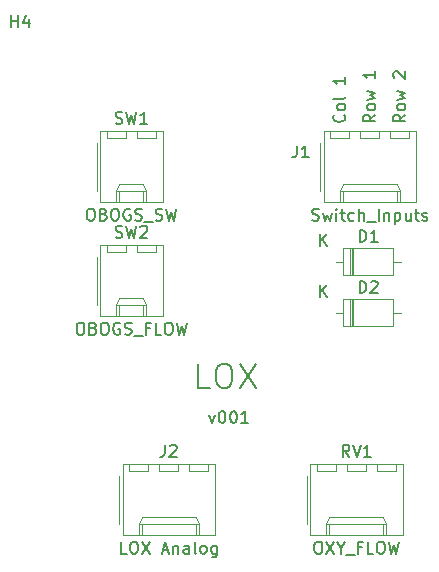
<source format=gbr>
G04 #@! TF.GenerationSoftware,KiCad,Pcbnew,(5.1.5-0-10_14)*
G04 #@! TF.CreationDate,2021-03-15T05:53:21+10:00*
G04 #@! TF.ProjectId,OH - Left Console - 8 - LOX Indicator,4f48202d-204c-4656-9674-20436f6e736f,rev?*
G04 #@! TF.SameCoordinates,Original*
G04 #@! TF.FileFunction,Legend,Top*
G04 #@! TF.FilePolarity,Positive*
%FSLAX46Y46*%
G04 Gerber Fmt 4.6, Leading zero omitted, Abs format (unit mm)*
G04 Created by KiCad (PCBNEW (5.1.5-0-10_14)) date 2021-03-15 05:53:21*
%MOMM*%
%LPD*%
G04 APERTURE LIST*
%ADD10C,0.150000*%
%ADD11C,0.120000*%
G04 APERTURE END LIST*
D10*
X137271333Y-106465714D02*
X137509428Y-107132380D01*
X137747523Y-106465714D01*
X138318952Y-106132380D02*
X138414190Y-106132380D01*
X138509428Y-106180000D01*
X138557047Y-106227619D01*
X138604666Y-106322857D01*
X138652285Y-106513333D01*
X138652285Y-106751428D01*
X138604666Y-106941904D01*
X138557047Y-107037142D01*
X138509428Y-107084761D01*
X138414190Y-107132380D01*
X138318952Y-107132380D01*
X138223714Y-107084761D01*
X138176095Y-107037142D01*
X138128476Y-106941904D01*
X138080857Y-106751428D01*
X138080857Y-106513333D01*
X138128476Y-106322857D01*
X138176095Y-106227619D01*
X138223714Y-106180000D01*
X138318952Y-106132380D01*
X139271333Y-106132380D02*
X139366571Y-106132380D01*
X139461809Y-106180000D01*
X139509428Y-106227619D01*
X139557047Y-106322857D01*
X139604666Y-106513333D01*
X139604666Y-106751428D01*
X139557047Y-106941904D01*
X139509428Y-107037142D01*
X139461809Y-107084761D01*
X139366571Y-107132380D01*
X139271333Y-107132380D01*
X139176095Y-107084761D01*
X139128476Y-107037142D01*
X139080857Y-106941904D01*
X139033238Y-106751428D01*
X139033238Y-106513333D01*
X139080857Y-106322857D01*
X139128476Y-106227619D01*
X139176095Y-106180000D01*
X139271333Y-106132380D01*
X140557047Y-107132380D02*
X139985619Y-107132380D01*
X140271333Y-107132380D02*
X140271333Y-106132380D01*
X140176095Y-106275238D01*
X140080857Y-106370476D01*
X139985619Y-106418095D01*
X137303047Y-104155761D02*
X136350666Y-104155761D01*
X136350666Y-102155761D01*
X138350666Y-102155761D02*
X138731619Y-102155761D01*
X138922095Y-102251000D01*
X139112571Y-102441476D01*
X139207809Y-102822428D01*
X139207809Y-103489095D01*
X139112571Y-103870047D01*
X138922095Y-104060523D01*
X138731619Y-104155761D01*
X138350666Y-104155761D01*
X138160190Y-104060523D01*
X137969714Y-103870047D01*
X137874476Y-103489095D01*
X137874476Y-102822428D01*
X137969714Y-102441476D01*
X138160190Y-102251000D01*
X138350666Y-102155761D01*
X139874476Y-102155761D02*
X141207809Y-104155761D01*
X141207809Y-102155761D02*
X139874476Y-104155761D01*
X153868380Y-81033714D02*
X153392190Y-81367047D01*
X153868380Y-81605143D02*
X152868380Y-81605143D01*
X152868380Y-81224190D01*
X152916000Y-81128952D01*
X152963619Y-81081333D01*
X153058857Y-81033714D01*
X153201714Y-81033714D01*
X153296952Y-81081333D01*
X153344571Y-81128952D01*
X153392190Y-81224190D01*
X153392190Y-81605143D01*
X153868380Y-80462285D02*
X153820761Y-80557524D01*
X153773142Y-80605143D01*
X153677904Y-80652762D01*
X153392190Y-80652762D01*
X153296952Y-80605143D01*
X153249333Y-80557524D01*
X153201714Y-80462285D01*
X153201714Y-80319428D01*
X153249333Y-80224190D01*
X153296952Y-80176571D01*
X153392190Y-80128952D01*
X153677904Y-80128952D01*
X153773142Y-80176571D01*
X153820761Y-80224190D01*
X153868380Y-80319428D01*
X153868380Y-80462285D01*
X153201714Y-79795619D02*
X153868380Y-79605143D01*
X153392190Y-79414666D01*
X153868380Y-79224190D01*
X153201714Y-79033714D01*
X152963619Y-77938476D02*
X152916000Y-77890857D01*
X152868380Y-77795619D01*
X152868380Y-77557524D01*
X152916000Y-77462285D01*
X152963619Y-77414666D01*
X153058857Y-77367047D01*
X153154095Y-77367047D01*
X153296952Y-77414666D01*
X153868380Y-77986095D01*
X153868380Y-77367047D01*
X151328380Y-81033714D02*
X150852190Y-81367047D01*
X151328380Y-81605143D02*
X150328380Y-81605143D01*
X150328380Y-81224190D01*
X150376000Y-81128952D01*
X150423619Y-81081333D01*
X150518857Y-81033714D01*
X150661714Y-81033714D01*
X150756952Y-81081333D01*
X150804571Y-81128952D01*
X150852190Y-81224190D01*
X150852190Y-81605143D01*
X151328380Y-80462285D02*
X151280761Y-80557524D01*
X151233142Y-80605143D01*
X151137904Y-80652762D01*
X150852190Y-80652762D01*
X150756952Y-80605143D01*
X150709333Y-80557524D01*
X150661714Y-80462285D01*
X150661714Y-80319428D01*
X150709333Y-80224190D01*
X150756952Y-80176571D01*
X150852190Y-80128952D01*
X151137904Y-80128952D01*
X151233142Y-80176571D01*
X151280761Y-80224190D01*
X151328380Y-80319428D01*
X151328380Y-80462285D01*
X150661714Y-79795619D02*
X151328380Y-79605143D01*
X150852190Y-79414666D01*
X151328380Y-79224190D01*
X150661714Y-79033714D01*
X151328380Y-77367047D02*
X151328380Y-77938476D01*
X151328380Y-77652762D02*
X150328380Y-77652762D01*
X150471238Y-77748000D01*
X150566476Y-77843238D01*
X150614095Y-77938476D01*
X148693142Y-81033714D02*
X148740761Y-81081333D01*
X148788380Y-81224190D01*
X148788380Y-81319429D01*
X148740761Y-81462286D01*
X148645523Y-81557524D01*
X148550285Y-81605143D01*
X148359809Y-81652762D01*
X148216952Y-81652762D01*
X148026476Y-81605143D01*
X147931238Y-81557524D01*
X147836000Y-81462286D01*
X147788380Y-81319429D01*
X147788380Y-81224190D01*
X147836000Y-81081333D01*
X147883619Y-81033714D01*
X148788380Y-80462286D02*
X148740761Y-80557524D01*
X148693142Y-80605143D01*
X148597904Y-80652762D01*
X148312190Y-80652762D01*
X148216952Y-80605143D01*
X148169333Y-80557524D01*
X148121714Y-80462286D01*
X148121714Y-80319429D01*
X148169333Y-80224190D01*
X148216952Y-80176571D01*
X148312190Y-80128952D01*
X148597904Y-80128952D01*
X148693142Y-80176571D01*
X148740761Y-80224190D01*
X148788380Y-80319429D01*
X148788380Y-80462286D01*
X148788380Y-79557524D02*
X148740761Y-79652762D01*
X148645523Y-79700381D01*
X147788380Y-79700381D01*
X148788380Y-77890857D02*
X148788380Y-78462286D01*
X148788380Y-78176571D02*
X147788380Y-78176571D01*
X147931238Y-78271810D01*
X148026476Y-78367048D01*
X148074095Y-78462286D01*
D11*
X132753000Y-92693000D02*
X132753000Y-92093000D01*
X131153000Y-92693000D02*
X132753000Y-92693000D01*
X131153000Y-92093000D02*
X131153000Y-92693000D01*
X130213000Y-92693000D02*
X130213000Y-92093000D01*
X128613000Y-92693000D02*
X130213000Y-92693000D01*
X128613000Y-92093000D02*
X128613000Y-92693000D01*
X131703000Y-98113000D02*
X131703000Y-97113000D01*
X129663000Y-98113000D02*
X129663000Y-97113000D01*
X131703000Y-96583000D02*
X131953000Y-97113000D01*
X129663000Y-96583000D02*
X131703000Y-96583000D01*
X129413000Y-97113000D02*
X129663000Y-96583000D01*
X131953000Y-97113000D02*
X131953000Y-98113000D01*
X129413000Y-97113000D02*
X131953000Y-97113000D01*
X129413000Y-98113000D02*
X129413000Y-97113000D01*
X127743000Y-93123000D02*
X127743000Y-97123000D01*
X133333000Y-92093000D02*
X128033000Y-92093000D01*
X133333000Y-98113000D02*
X133333000Y-92093000D01*
X128033000Y-98113000D02*
X133333000Y-98113000D01*
X128033000Y-92093000D02*
X128033000Y-98113000D01*
X132753000Y-83041000D02*
X132753000Y-82441000D01*
X131153000Y-83041000D02*
X132753000Y-83041000D01*
X131153000Y-82441000D02*
X131153000Y-83041000D01*
X130213000Y-83041000D02*
X130213000Y-82441000D01*
X128613000Y-83041000D02*
X130213000Y-83041000D01*
X128613000Y-82441000D02*
X128613000Y-83041000D01*
X131703000Y-88461000D02*
X131703000Y-87461000D01*
X129663000Y-88461000D02*
X129663000Y-87461000D01*
X131703000Y-86931000D02*
X131953000Y-87461000D01*
X129663000Y-86931000D02*
X131703000Y-86931000D01*
X129413000Y-87461000D02*
X129663000Y-86931000D01*
X131953000Y-87461000D02*
X131953000Y-88461000D01*
X129413000Y-87461000D02*
X131953000Y-87461000D01*
X129413000Y-88461000D02*
X129413000Y-87461000D01*
X127743000Y-83471000D02*
X127743000Y-87471000D01*
X133333000Y-82441000D02*
X128033000Y-82441000D01*
X133333000Y-88461000D02*
X133333000Y-82441000D01*
X128033000Y-88461000D02*
X133333000Y-88461000D01*
X128033000Y-82441000D02*
X128033000Y-88461000D01*
X153073000Y-111235000D02*
X153073000Y-110635000D01*
X151473000Y-111235000D02*
X153073000Y-111235000D01*
X151473000Y-110635000D02*
X151473000Y-111235000D01*
X150533000Y-111235000D02*
X150533000Y-110635000D01*
X148933000Y-111235000D02*
X150533000Y-111235000D01*
X148933000Y-110635000D02*
X148933000Y-111235000D01*
X147993000Y-111235000D02*
X147993000Y-110635000D01*
X146393000Y-111235000D02*
X147993000Y-111235000D01*
X146393000Y-110635000D02*
X146393000Y-111235000D01*
X152023000Y-116655000D02*
X152023000Y-115655000D01*
X147443000Y-116655000D02*
X147443000Y-115655000D01*
X152023000Y-115125000D02*
X152273000Y-115655000D01*
X147443000Y-115125000D02*
X152023000Y-115125000D01*
X147193000Y-115655000D02*
X147443000Y-115125000D01*
X152273000Y-115655000D02*
X152273000Y-116655000D01*
X147193000Y-115655000D02*
X152273000Y-115655000D01*
X147193000Y-116655000D02*
X147193000Y-115655000D01*
X145523000Y-111665000D02*
X145523000Y-115665000D01*
X153653000Y-110635000D02*
X145813000Y-110635000D01*
X153653000Y-116655000D02*
X153653000Y-110635000D01*
X145813000Y-116655000D02*
X153653000Y-116655000D01*
X145813000Y-110635000D02*
X145813000Y-116655000D01*
X137198000Y-111235000D02*
X137198000Y-110635000D01*
X135598000Y-111235000D02*
X137198000Y-111235000D01*
X135598000Y-110635000D02*
X135598000Y-111235000D01*
X134658000Y-111235000D02*
X134658000Y-110635000D01*
X133058000Y-111235000D02*
X134658000Y-111235000D01*
X133058000Y-110635000D02*
X133058000Y-111235000D01*
X132118000Y-111235000D02*
X132118000Y-110635000D01*
X130518000Y-111235000D02*
X132118000Y-111235000D01*
X130518000Y-110635000D02*
X130518000Y-111235000D01*
X136148000Y-116655000D02*
X136148000Y-115655000D01*
X131568000Y-116655000D02*
X131568000Y-115655000D01*
X136148000Y-115125000D02*
X136398000Y-115655000D01*
X131568000Y-115125000D02*
X136148000Y-115125000D01*
X131318000Y-115655000D02*
X131568000Y-115125000D01*
X136398000Y-115655000D02*
X136398000Y-116655000D01*
X131318000Y-115655000D02*
X136398000Y-115655000D01*
X131318000Y-116655000D02*
X131318000Y-115655000D01*
X129648000Y-111665000D02*
X129648000Y-115665000D01*
X137778000Y-110635000D02*
X129938000Y-110635000D01*
X137778000Y-116655000D02*
X137778000Y-110635000D01*
X129938000Y-116655000D02*
X137778000Y-116655000D01*
X129938000Y-110635000D02*
X129938000Y-116655000D01*
X154216000Y-83041000D02*
X154216000Y-82441000D01*
X152616000Y-83041000D02*
X154216000Y-83041000D01*
X152616000Y-82441000D02*
X152616000Y-83041000D01*
X151676000Y-83041000D02*
X151676000Y-82441000D01*
X150076000Y-83041000D02*
X151676000Y-83041000D01*
X150076000Y-82441000D02*
X150076000Y-83041000D01*
X149136000Y-83041000D02*
X149136000Y-82441000D01*
X147536000Y-83041000D02*
X149136000Y-83041000D01*
X147536000Y-82441000D02*
X147536000Y-83041000D01*
X153166000Y-88461000D02*
X153166000Y-87461000D01*
X148586000Y-88461000D02*
X148586000Y-87461000D01*
X153166000Y-86931000D02*
X153416000Y-87461000D01*
X148586000Y-86931000D02*
X153166000Y-86931000D01*
X148336000Y-87461000D02*
X148586000Y-86931000D01*
X153416000Y-87461000D02*
X153416000Y-88461000D01*
X148336000Y-87461000D02*
X153416000Y-87461000D01*
X148336000Y-88461000D02*
X148336000Y-87461000D01*
X146666000Y-83471000D02*
X146666000Y-87471000D01*
X154796000Y-82441000D02*
X146956000Y-82441000D01*
X154796000Y-88461000D02*
X154796000Y-82441000D01*
X146956000Y-88461000D02*
X154796000Y-88461000D01*
X146956000Y-82441000D02*
X146956000Y-88461000D01*
X149229000Y-96670000D02*
X149229000Y-98910000D01*
X149469000Y-96670000D02*
X149469000Y-98910000D01*
X149349000Y-96670000D02*
X149349000Y-98910000D01*
X153519000Y-97790000D02*
X152869000Y-97790000D01*
X147979000Y-97790000D02*
X148629000Y-97790000D01*
X152869000Y-96670000D02*
X148629000Y-96670000D01*
X152869000Y-98910000D02*
X152869000Y-96670000D01*
X148629000Y-98910000D02*
X152869000Y-98910000D01*
X148629000Y-96670000D02*
X148629000Y-98910000D01*
X149229000Y-92352000D02*
X149229000Y-94592000D01*
X149469000Y-92352000D02*
X149469000Y-94592000D01*
X149349000Y-92352000D02*
X149349000Y-94592000D01*
X153519000Y-93472000D02*
X152869000Y-93472000D01*
X147979000Y-93472000D02*
X148629000Y-93472000D01*
X152869000Y-92352000D02*
X148629000Y-92352000D01*
X152869000Y-94592000D02*
X152869000Y-92352000D01*
X148629000Y-94592000D02*
X152869000Y-94592000D01*
X148629000Y-92352000D02*
X148629000Y-94592000D01*
D10*
X120523095Y-73628380D02*
X120523095Y-72628380D01*
X120523095Y-73104571D02*
X121094523Y-73104571D01*
X121094523Y-73628380D02*
X121094523Y-72628380D01*
X121999285Y-72961714D02*
X121999285Y-73628380D01*
X121761190Y-72580761D02*
X121523095Y-73295047D01*
X122142142Y-73295047D01*
X129349666Y-91407761D02*
X129492523Y-91455380D01*
X129730619Y-91455380D01*
X129825857Y-91407761D01*
X129873476Y-91360142D01*
X129921095Y-91264904D01*
X129921095Y-91169666D01*
X129873476Y-91074428D01*
X129825857Y-91026809D01*
X129730619Y-90979190D01*
X129540142Y-90931571D01*
X129444904Y-90883952D01*
X129397285Y-90836333D01*
X129349666Y-90741095D01*
X129349666Y-90645857D01*
X129397285Y-90550619D01*
X129444904Y-90503000D01*
X129540142Y-90455380D01*
X129778238Y-90455380D01*
X129921095Y-90503000D01*
X130254428Y-90455380D02*
X130492523Y-91455380D01*
X130683000Y-90741095D01*
X130873476Y-91455380D01*
X131111571Y-90455380D01*
X131444904Y-90550619D02*
X131492523Y-90503000D01*
X131587761Y-90455380D01*
X131825857Y-90455380D01*
X131921095Y-90503000D01*
X131968714Y-90550619D01*
X132016333Y-90645857D01*
X132016333Y-90741095D01*
X131968714Y-90883952D01*
X131397285Y-91455380D01*
X132016333Y-91455380D01*
X126278238Y-98655380D02*
X126468714Y-98655380D01*
X126563952Y-98703000D01*
X126659190Y-98798238D01*
X126706809Y-98988714D01*
X126706809Y-99322047D01*
X126659190Y-99512523D01*
X126563952Y-99607761D01*
X126468714Y-99655380D01*
X126278238Y-99655380D01*
X126183000Y-99607761D01*
X126087761Y-99512523D01*
X126040142Y-99322047D01*
X126040142Y-98988714D01*
X126087761Y-98798238D01*
X126183000Y-98703000D01*
X126278238Y-98655380D01*
X127468714Y-99131571D02*
X127611571Y-99179190D01*
X127659190Y-99226809D01*
X127706809Y-99322047D01*
X127706809Y-99464904D01*
X127659190Y-99560142D01*
X127611571Y-99607761D01*
X127516333Y-99655380D01*
X127135380Y-99655380D01*
X127135380Y-98655380D01*
X127468714Y-98655380D01*
X127563952Y-98703000D01*
X127611571Y-98750619D01*
X127659190Y-98845857D01*
X127659190Y-98941095D01*
X127611571Y-99036333D01*
X127563952Y-99083952D01*
X127468714Y-99131571D01*
X127135380Y-99131571D01*
X128325857Y-98655380D02*
X128516333Y-98655380D01*
X128611571Y-98703000D01*
X128706809Y-98798238D01*
X128754428Y-98988714D01*
X128754428Y-99322047D01*
X128706809Y-99512523D01*
X128611571Y-99607761D01*
X128516333Y-99655380D01*
X128325857Y-99655380D01*
X128230619Y-99607761D01*
X128135380Y-99512523D01*
X128087761Y-99322047D01*
X128087761Y-98988714D01*
X128135380Y-98798238D01*
X128230619Y-98703000D01*
X128325857Y-98655380D01*
X129706809Y-98703000D02*
X129611571Y-98655380D01*
X129468714Y-98655380D01*
X129325857Y-98703000D01*
X129230619Y-98798238D01*
X129183000Y-98893476D01*
X129135380Y-99083952D01*
X129135380Y-99226809D01*
X129183000Y-99417285D01*
X129230619Y-99512523D01*
X129325857Y-99607761D01*
X129468714Y-99655380D01*
X129563952Y-99655380D01*
X129706809Y-99607761D01*
X129754428Y-99560142D01*
X129754428Y-99226809D01*
X129563952Y-99226809D01*
X130135380Y-99607761D02*
X130278238Y-99655380D01*
X130516333Y-99655380D01*
X130611571Y-99607761D01*
X130659190Y-99560142D01*
X130706809Y-99464904D01*
X130706809Y-99369666D01*
X130659190Y-99274428D01*
X130611571Y-99226809D01*
X130516333Y-99179190D01*
X130325857Y-99131571D01*
X130230619Y-99083952D01*
X130183000Y-99036333D01*
X130135380Y-98941095D01*
X130135380Y-98845857D01*
X130183000Y-98750619D01*
X130230619Y-98703000D01*
X130325857Y-98655380D01*
X130563952Y-98655380D01*
X130706809Y-98703000D01*
X130897285Y-99750619D02*
X131659190Y-99750619D01*
X132230619Y-99131571D02*
X131897285Y-99131571D01*
X131897285Y-99655380D02*
X131897285Y-98655380D01*
X132373476Y-98655380D01*
X133230619Y-99655380D02*
X132754428Y-99655380D01*
X132754428Y-98655380D01*
X133754428Y-98655380D02*
X133944904Y-98655380D01*
X134040142Y-98703000D01*
X134135380Y-98798238D01*
X134183000Y-98988714D01*
X134183000Y-99322047D01*
X134135380Y-99512523D01*
X134040142Y-99607761D01*
X133944904Y-99655380D01*
X133754428Y-99655380D01*
X133659190Y-99607761D01*
X133563952Y-99512523D01*
X133516333Y-99322047D01*
X133516333Y-98988714D01*
X133563952Y-98798238D01*
X133659190Y-98703000D01*
X133754428Y-98655380D01*
X134516333Y-98655380D02*
X134754428Y-99655380D01*
X134944904Y-98941095D01*
X135135380Y-99655380D01*
X135373476Y-98655380D01*
X129349666Y-81755761D02*
X129492523Y-81803380D01*
X129730619Y-81803380D01*
X129825857Y-81755761D01*
X129873476Y-81708142D01*
X129921095Y-81612904D01*
X129921095Y-81517666D01*
X129873476Y-81422428D01*
X129825857Y-81374809D01*
X129730619Y-81327190D01*
X129540142Y-81279571D01*
X129444904Y-81231952D01*
X129397285Y-81184333D01*
X129349666Y-81089095D01*
X129349666Y-80993857D01*
X129397285Y-80898619D01*
X129444904Y-80851000D01*
X129540142Y-80803380D01*
X129778238Y-80803380D01*
X129921095Y-80851000D01*
X130254428Y-80803380D02*
X130492523Y-81803380D01*
X130683000Y-81089095D01*
X130873476Y-81803380D01*
X131111571Y-80803380D01*
X132016333Y-81803380D02*
X131444904Y-81803380D01*
X131730619Y-81803380D02*
X131730619Y-80803380D01*
X131635380Y-80946238D01*
X131540142Y-81041476D01*
X131444904Y-81089095D01*
X127159190Y-89003380D02*
X127349666Y-89003380D01*
X127444904Y-89051000D01*
X127540142Y-89146238D01*
X127587761Y-89336714D01*
X127587761Y-89670047D01*
X127540142Y-89860523D01*
X127444904Y-89955761D01*
X127349666Y-90003380D01*
X127159190Y-90003380D01*
X127063952Y-89955761D01*
X126968714Y-89860523D01*
X126921095Y-89670047D01*
X126921095Y-89336714D01*
X126968714Y-89146238D01*
X127063952Y-89051000D01*
X127159190Y-89003380D01*
X128349666Y-89479571D02*
X128492523Y-89527190D01*
X128540142Y-89574809D01*
X128587761Y-89670047D01*
X128587761Y-89812904D01*
X128540142Y-89908142D01*
X128492523Y-89955761D01*
X128397285Y-90003380D01*
X128016333Y-90003380D01*
X128016333Y-89003380D01*
X128349666Y-89003380D01*
X128444904Y-89051000D01*
X128492523Y-89098619D01*
X128540142Y-89193857D01*
X128540142Y-89289095D01*
X128492523Y-89384333D01*
X128444904Y-89431952D01*
X128349666Y-89479571D01*
X128016333Y-89479571D01*
X129206809Y-89003380D02*
X129397285Y-89003380D01*
X129492523Y-89051000D01*
X129587761Y-89146238D01*
X129635380Y-89336714D01*
X129635380Y-89670047D01*
X129587761Y-89860523D01*
X129492523Y-89955761D01*
X129397285Y-90003380D01*
X129206809Y-90003380D01*
X129111571Y-89955761D01*
X129016333Y-89860523D01*
X128968714Y-89670047D01*
X128968714Y-89336714D01*
X129016333Y-89146238D01*
X129111571Y-89051000D01*
X129206809Y-89003380D01*
X130587761Y-89051000D02*
X130492523Y-89003380D01*
X130349666Y-89003380D01*
X130206809Y-89051000D01*
X130111571Y-89146238D01*
X130063952Y-89241476D01*
X130016333Y-89431952D01*
X130016333Y-89574809D01*
X130063952Y-89765285D01*
X130111571Y-89860523D01*
X130206809Y-89955761D01*
X130349666Y-90003380D01*
X130444904Y-90003380D01*
X130587761Y-89955761D01*
X130635380Y-89908142D01*
X130635380Y-89574809D01*
X130444904Y-89574809D01*
X131016333Y-89955761D02*
X131159190Y-90003380D01*
X131397285Y-90003380D01*
X131492523Y-89955761D01*
X131540142Y-89908142D01*
X131587761Y-89812904D01*
X131587761Y-89717666D01*
X131540142Y-89622428D01*
X131492523Y-89574809D01*
X131397285Y-89527190D01*
X131206809Y-89479571D01*
X131111571Y-89431952D01*
X131063952Y-89384333D01*
X131016333Y-89289095D01*
X131016333Y-89193857D01*
X131063952Y-89098619D01*
X131111571Y-89051000D01*
X131206809Y-89003380D01*
X131444904Y-89003380D01*
X131587761Y-89051000D01*
X131778238Y-90098619D02*
X132540142Y-90098619D01*
X132730619Y-89955761D02*
X132873476Y-90003380D01*
X133111571Y-90003380D01*
X133206809Y-89955761D01*
X133254428Y-89908142D01*
X133302047Y-89812904D01*
X133302047Y-89717666D01*
X133254428Y-89622428D01*
X133206809Y-89574809D01*
X133111571Y-89527190D01*
X132921095Y-89479571D01*
X132825857Y-89431952D01*
X132778238Y-89384333D01*
X132730619Y-89289095D01*
X132730619Y-89193857D01*
X132778238Y-89098619D01*
X132825857Y-89051000D01*
X132921095Y-89003380D01*
X133159190Y-89003380D01*
X133302047Y-89051000D01*
X133635380Y-89003380D02*
X133873476Y-90003380D01*
X134063952Y-89289095D01*
X134254428Y-90003380D01*
X134492523Y-89003380D01*
X149137761Y-109997380D02*
X148804428Y-109521190D01*
X148566333Y-109997380D02*
X148566333Y-108997380D01*
X148947285Y-108997380D01*
X149042523Y-109045000D01*
X149090142Y-109092619D01*
X149137761Y-109187857D01*
X149137761Y-109330714D01*
X149090142Y-109425952D01*
X149042523Y-109473571D01*
X148947285Y-109521190D01*
X148566333Y-109521190D01*
X149423476Y-108997380D02*
X149756809Y-109997380D01*
X150090142Y-108997380D01*
X150947285Y-109997380D02*
X150375857Y-109997380D01*
X150661571Y-109997380D02*
X150661571Y-108997380D01*
X150566333Y-109140238D01*
X150471095Y-109235476D01*
X150375857Y-109283095D01*
X146423476Y-117197380D02*
X146613952Y-117197380D01*
X146709190Y-117245000D01*
X146804428Y-117340238D01*
X146852047Y-117530714D01*
X146852047Y-117864047D01*
X146804428Y-118054523D01*
X146709190Y-118149761D01*
X146613952Y-118197380D01*
X146423476Y-118197380D01*
X146328238Y-118149761D01*
X146233000Y-118054523D01*
X146185380Y-117864047D01*
X146185380Y-117530714D01*
X146233000Y-117340238D01*
X146328238Y-117245000D01*
X146423476Y-117197380D01*
X147185380Y-117197380D02*
X147852047Y-118197380D01*
X147852047Y-117197380D02*
X147185380Y-118197380D01*
X148423476Y-117721190D02*
X148423476Y-118197380D01*
X148090142Y-117197380D02*
X148423476Y-117721190D01*
X148756809Y-117197380D01*
X148852047Y-118292619D02*
X149613952Y-118292619D01*
X150185380Y-117673571D02*
X149852047Y-117673571D01*
X149852047Y-118197380D02*
X149852047Y-117197380D01*
X150328238Y-117197380D01*
X151185380Y-118197380D02*
X150709190Y-118197380D01*
X150709190Y-117197380D01*
X151709190Y-117197380D02*
X151899666Y-117197380D01*
X151994904Y-117245000D01*
X152090142Y-117340238D01*
X152137761Y-117530714D01*
X152137761Y-117864047D01*
X152090142Y-118054523D01*
X151994904Y-118149761D01*
X151899666Y-118197380D01*
X151709190Y-118197380D01*
X151613952Y-118149761D01*
X151518714Y-118054523D01*
X151471095Y-117864047D01*
X151471095Y-117530714D01*
X151518714Y-117340238D01*
X151613952Y-117245000D01*
X151709190Y-117197380D01*
X152471095Y-117197380D02*
X152709190Y-118197380D01*
X152899666Y-117483095D01*
X153090142Y-118197380D01*
X153328238Y-117197380D01*
X133524666Y-108997380D02*
X133524666Y-109711666D01*
X133477047Y-109854523D01*
X133381809Y-109949761D01*
X133238952Y-109997380D01*
X133143714Y-109997380D01*
X133953238Y-109092619D02*
X134000857Y-109045000D01*
X134096095Y-108997380D01*
X134334190Y-108997380D01*
X134429428Y-109045000D01*
X134477047Y-109092619D01*
X134524666Y-109187857D01*
X134524666Y-109283095D01*
X134477047Y-109425952D01*
X133905619Y-109997380D01*
X134524666Y-109997380D01*
X130286571Y-118197380D02*
X129810380Y-118197380D01*
X129810380Y-117197380D01*
X130810380Y-117197380D02*
X131000857Y-117197380D01*
X131096095Y-117245000D01*
X131191333Y-117340238D01*
X131238952Y-117530714D01*
X131238952Y-117864047D01*
X131191333Y-118054523D01*
X131096095Y-118149761D01*
X131000857Y-118197380D01*
X130810380Y-118197380D01*
X130715142Y-118149761D01*
X130619904Y-118054523D01*
X130572285Y-117864047D01*
X130572285Y-117530714D01*
X130619904Y-117340238D01*
X130715142Y-117245000D01*
X130810380Y-117197380D01*
X131572285Y-117197380D02*
X132238952Y-118197380D01*
X132238952Y-117197380D02*
X131572285Y-118197380D01*
X133334190Y-117911666D02*
X133810380Y-117911666D01*
X133238952Y-118197380D02*
X133572285Y-117197380D01*
X133905619Y-118197380D01*
X134238952Y-117530714D02*
X134238952Y-118197380D01*
X134238952Y-117625952D02*
X134286571Y-117578333D01*
X134381809Y-117530714D01*
X134524666Y-117530714D01*
X134619904Y-117578333D01*
X134667523Y-117673571D01*
X134667523Y-118197380D01*
X135572285Y-118197380D02*
X135572285Y-117673571D01*
X135524666Y-117578333D01*
X135429428Y-117530714D01*
X135238952Y-117530714D01*
X135143714Y-117578333D01*
X135572285Y-118149761D02*
X135477047Y-118197380D01*
X135238952Y-118197380D01*
X135143714Y-118149761D01*
X135096095Y-118054523D01*
X135096095Y-117959285D01*
X135143714Y-117864047D01*
X135238952Y-117816428D01*
X135477047Y-117816428D01*
X135572285Y-117768809D01*
X136191333Y-118197380D02*
X136096095Y-118149761D01*
X136048476Y-118054523D01*
X136048476Y-117197380D01*
X136715142Y-118197380D02*
X136619904Y-118149761D01*
X136572285Y-118102142D01*
X136524666Y-118006904D01*
X136524666Y-117721190D01*
X136572285Y-117625952D01*
X136619904Y-117578333D01*
X136715142Y-117530714D01*
X136858000Y-117530714D01*
X136953238Y-117578333D01*
X137000857Y-117625952D01*
X137048476Y-117721190D01*
X137048476Y-118006904D01*
X137000857Y-118102142D01*
X136953238Y-118149761D01*
X136858000Y-118197380D01*
X136715142Y-118197380D01*
X137905619Y-117530714D02*
X137905619Y-118340238D01*
X137858000Y-118435476D01*
X137810380Y-118483095D01*
X137715142Y-118530714D01*
X137572285Y-118530714D01*
X137477047Y-118483095D01*
X137905619Y-118149761D02*
X137810380Y-118197380D01*
X137619904Y-118197380D01*
X137524666Y-118149761D01*
X137477047Y-118102142D01*
X137429428Y-118006904D01*
X137429428Y-117721190D01*
X137477047Y-117625952D01*
X137524666Y-117578333D01*
X137619904Y-117530714D01*
X137810380Y-117530714D01*
X137905619Y-117578333D01*
X144700666Y-83653380D02*
X144700666Y-84367666D01*
X144653047Y-84510523D01*
X144557809Y-84605761D01*
X144414952Y-84653380D01*
X144319714Y-84653380D01*
X145700666Y-84653380D02*
X145129238Y-84653380D01*
X145414952Y-84653380D02*
X145414952Y-83653380D01*
X145319714Y-83796238D01*
X145224476Y-83891476D01*
X145129238Y-83939095D01*
X145995047Y-89955761D02*
X146137904Y-90003380D01*
X146376000Y-90003380D01*
X146471238Y-89955761D01*
X146518857Y-89908142D01*
X146566476Y-89812904D01*
X146566476Y-89717666D01*
X146518857Y-89622428D01*
X146471238Y-89574809D01*
X146376000Y-89527190D01*
X146185523Y-89479571D01*
X146090285Y-89431952D01*
X146042666Y-89384333D01*
X145995047Y-89289095D01*
X145995047Y-89193857D01*
X146042666Y-89098619D01*
X146090285Y-89051000D01*
X146185523Y-89003380D01*
X146423619Y-89003380D01*
X146566476Y-89051000D01*
X146899809Y-89336714D02*
X147090285Y-90003380D01*
X147280761Y-89527190D01*
X147471238Y-90003380D01*
X147661714Y-89336714D01*
X148042666Y-90003380D02*
X148042666Y-89336714D01*
X148042666Y-89003380D02*
X147995047Y-89051000D01*
X148042666Y-89098619D01*
X148090285Y-89051000D01*
X148042666Y-89003380D01*
X148042666Y-89098619D01*
X148376000Y-89336714D02*
X148756952Y-89336714D01*
X148518857Y-89003380D02*
X148518857Y-89860523D01*
X148566476Y-89955761D01*
X148661714Y-90003380D01*
X148756952Y-90003380D01*
X149518857Y-89955761D02*
X149423619Y-90003380D01*
X149233142Y-90003380D01*
X149137904Y-89955761D01*
X149090285Y-89908142D01*
X149042666Y-89812904D01*
X149042666Y-89527190D01*
X149090285Y-89431952D01*
X149137904Y-89384333D01*
X149233142Y-89336714D01*
X149423619Y-89336714D01*
X149518857Y-89384333D01*
X149947428Y-90003380D02*
X149947428Y-89003380D01*
X150376000Y-90003380D02*
X150376000Y-89479571D01*
X150328380Y-89384333D01*
X150233142Y-89336714D01*
X150090285Y-89336714D01*
X149995047Y-89384333D01*
X149947428Y-89431952D01*
X150614095Y-90098619D02*
X151376000Y-90098619D01*
X151614095Y-90003380D02*
X151614095Y-89003380D01*
X152090285Y-89336714D02*
X152090285Y-90003380D01*
X152090285Y-89431952D02*
X152137904Y-89384333D01*
X152233142Y-89336714D01*
X152376000Y-89336714D01*
X152471238Y-89384333D01*
X152518857Y-89479571D01*
X152518857Y-90003380D01*
X152995047Y-89336714D02*
X152995047Y-90336714D01*
X152995047Y-89384333D02*
X153090285Y-89336714D01*
X153280761Y-89336714D01*
X153376000Y-89384333D01*
X153423619Y-89431952D01*
X153471238Y-89527190D01*
X153471238Y-89812904D01*
X153423619Y-89908142D01*
X153376000Y-89955761D01*
X153280761Y-90003380D01*
X153090285Y-90003380D01*
X152995047Y-89955761D01*
X154328380Y-89336714D02*
X154328380Y-90003380D01*
X153899809Y-89336714D02*
X153899809Y-89860523D01*
X153947428Y-89955761D01*
X154042666Y-90003380D01*
X154185523Y-90003380D01*
X154280761Y-89955761D01*
X154328380Y-89908142D01*
X154661714Y-89336714D02*
X155042666Y-89336714D01*
X154804571Y-89003380D02*
X154804571Y-89860523D01*
X154852190Y-89955761D01*
X154947428Y-90003380D01*
X155042666Y-90003380D01*
X155328380Y-89955761D02*
X155423619Y-90003380D01*
X155614095Y-90003380D01*
X155709333Y-89955761D01*
X155756952Y-89860523D01*
X155756952Y-89812904D01*
X155709333Y-89717666D01*
X155614095Y-89670047D01*
X155471238Y-89670047D01*
X155376000Y-89622428D01*
X155328380Y-89527190D01*
X155328380Y-89479571D01*
X155376000Y-89384333D01*
X155471238Y-89336714D01*
X155614095Y-89336714D01*
X155709333Y-89384333D01*
X150010904Y-96122380D02*
X150010904Y-95122380D01*
X150249000Y-95122380D01*
X150391857Y-95170000D01*
X150487095Y-95265238D01*
X150534714Y-95360476D01*
X150582333Y-95550952D01*
X150582333Y-95693809D01*
X150534714Y-95884285D01*
X150487095Y-95979523D01*
X150391857Y-96074761D01*
X150249000Y-96122380D01*
X150010904Y-96122380D01*
X150963285Y-95217619D02*
X151010904Y-95170000D01*
X151106142Y-95122380D01*
X151344238Y-95122380D01*
X151439476Y-95170000D01*
X151487095Y-95217619D01*
X151534714Y-95312857D01*
X151534714Y-95408095D01*
X151487095Y-95550952D01*
X150915666Y-96122380D01*
X151534714Y-96122380D01*
X146677095Y-96442380D02*
X146677095Y-95442380D01*
X147248523Y-96442380D02*
X146819952Y-95870952D01*
X147248523Y-95442380D02*
X146677095Y-96013809D01*
X150010904Y-91804380D02*
X150010904Y-90804380D01*
X150249000Y-90804380D01*
X150391857Y-90852000D01*
X150487095Y-90947238D01*
X150534714Y-91042476D01*
X150582333Y-91232952D01*
X150582333Y-91375809D01*
X150534714Y-91566285D01*
X150487095Y-91661523D01*
X150391857Y-91756761D01*
X150249000Y-91804380D01*
X150010904Y-91804380D01*
X151534714Y-91804380D02*
X150963285Y-91804380D01*
X151249000Y-91804380D02*
X151249000Y-90804380D01*
X151153761Y-90947238D01*
X151058523Y-91042476D01*
X150963285Y-91090095D01*
X146677095Y-92124380D02*
X146677095Y-91124380D01*
X147248523Y-92124380D02*
X146819952Y-91552952D01*
X147248523Y-91124380D02*
X146677095Y-91695809D01*
M02*

</source>
